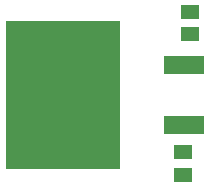
<source format=gbp>
G75*
%MOIN*%
%OFA0B0*%
%FSLAX24Y24*%
%IPPOS*%
%LPD*%
%AMOC8*
5,1,8,0,0,1.08239X$1,22.5*
%
%ADD10R,0.3839X0.4921*%
%ADD11R,0.1378X0.0630*%
%ADD12R,0.0591X0.0512*%
D10*
X019352Y017537D03*
D11*
X023397Y016537D03*
X023397Y018537D03*
D12*
X023378Y014866D03*
X023378Y015614D03*
X023614Y019555D03*
X023614Y020303D03*
M02*

</source>
